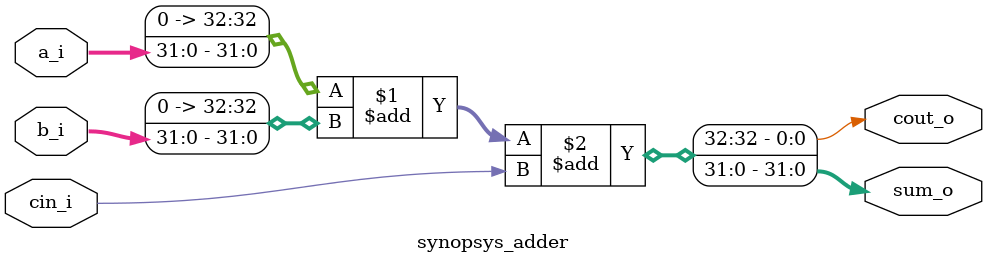
<source format=sv>
module synopsys_adder (
    input  logic [31:0] a_i,
    input  logic [31:0] b_i,
    input  logic        cin_i,
    output wire  [31:0] sum_o,
    output wire         cout_o
);

assign {cout_o, sum_o} = {1'b0, a_i} + {1'b0, b_i} + cin_i;

endmodule

</source>
